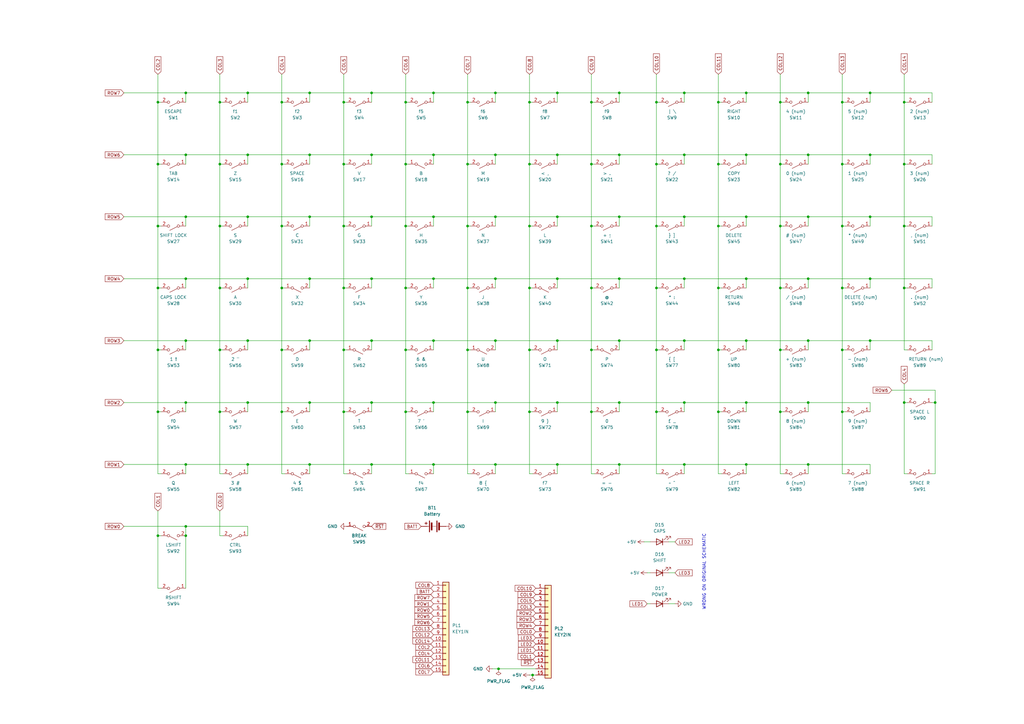
<source format=kicad_sch>
(kicad_sch (version 20231120) (generator "eeschema") (generator_version "8.0")
  (paper "A3")
  (junction (at 140.97 143.51))
  (junction (at 370.84 67.31))
  (junction (at 115.57 67.31))
  (junction (at 191.77 41.91))
  (junction (at 177.8 38.1))
  (junction (at 90.17 118.11))
  (junction (at 101.6 38.1))
  (junction (at 140.97 41.91))
  (junction (at 76.2 114.3))
  (junction (at 101.6 165.1))
  (junction (at 345.44 41.91))
  (junction (at 242.57 92.71))
  (junction (at 218.44 276.86))
  (junction (at 76.2 165.1))
  (junction (at 64.77 219.71))
  (junction (at 76.2 219.71))
  (junction (at 306.07 165.1))
  (junction (at 90.17 168.91))
  (junction (at 101.6 63.5))
  (junction (at 331.47 88.9))
  (junction (at 217.17 67.31))
  (junction (at 90.17 67.31))
  (junction (at 140.97 67.31))
  (junction (at 203.2 114.3))
  (junction (at 217.17 41.91))
  (junction (at 191.77 143.51))
  (junction (at 64.77 168.91))
  (junction (at 76.2 38.1))
  (junction (at 228.6 63.5))
  (junction (at 166.37 92.71))
  (junction (at 115.57 92.71))
  (junction (at 177.8 190.5))
  (junction (at 101.6 190.5))
  (junction (at 370.84 165.1))
  (junction (at 177.8 114.3))
  (junction (at 320.04 143.51))
  (junction (at 294.64 92.71))
  (junction (at 294.64 41.91))
  (junction (at 152.4 38.1))
  (junction (at 345.44 92.71))
  (junction (at 228.6 190.5))
  (junction (at 166.37 168.91))
  (junction (at 90.17 143.51))
  (junction (at 331.47 165.1))
  (junction (at 356.87 88.9))
  (junction (at 280.67 139.7))
  (junction (at 320.04 67.31))
  (junction (at 203.2 139.7))
  (junction (at 127 88.9))
  (junction (at 280.67 190.5))
  (junction (at 356.87 114.3))
  (junction (at 306.07 88.9))
  (junction (at 166.37 67.31))
  (junction (at 76.2 139.7))
  (junction (at 254 38.1))
  (junction (at 115.57 168.91))
  (junction (at 191.77 118.11))
  (junction (at 203.2 38.1))
  (junction (at 177.8 139.7))
  (junction (at 356.87 63.5))
  (junction (at 294.64 168.91))
  (junction (at 320.04 41.91))
  (junction (at 331.47 114.3))
  (junction (at 127 63.5))
  (junction (at 294.64 67.31))
  (junction (at 90.17 92.71))
  (junction (at 242.57 168.91))
  (junction (at 254 165.1))
  (junction (at 383.54 165.1))
  (junction (at 269.24 92.71))
  (junction (at 64.77 92.71))
  (junction (at 280.67 38.1))
  (junction (at 345.44 143.51))
  (junction (at 306.07 190.5))
  (junction (at 280.67 114.3))
  (junction (at 254 63.5))
  (junction (at 320.04 168.91))
  (junction (at 115.57 143.51))
  (junction (at 320.04 118.11))
  (junction (at 269.24 168.91))
  (junction (at 166.37 118.11))
  (junction (at 331.47 63.5))
  (junction (at 242.57 118.11))
  (junction (at 152.4 63.5))
  (junction (at 331.47 190.5))
  (junction (at 269.24 67.31))
  (junction (at 90.17 41.91))
  (junction (at 242.57 41.91))
  (junction (at 280.67 63.5))
  (junction (at 152.4 139.7))
  (junction (at 356.87 38.1))
  (junction (at 203.2 88.9))
  (junction (at 152.4 114.3))
  (junction (at 101.6 139.7))
  (junction (at 203.2 190.5))
  (junction (at 191.77 168.91))
  (junction (at 140.97 118.11))
  (junction (at 140.97 168.91))
  (junction (at 331.47 139.7))
  (junction (at 280.67 88.9))
  (junction (at 280.67 165.1))
  (junction (at 217.17 92.71))
  (junction (at 76.2 215.9))
  (junction (at 345.44 118.11))
  (junction (at 127 190.5))
  (junction (at 294.64 143.51))
  (junction (at 64.77 41.91))
  (junction (at 217.17 168.91))
  (junction (at 203.2 63.5))
  (junction (at 345.44 168.91))
  (junction (at 177.8 165.1))
  (junction (at 76.2 190.5))
  (junction (at 64.77 143.51))
  (junction (at 177.8 88.9))
  (junction (at 191.77 92.71))
  (junction (at 127 165.1))
  (junction (at 217.17 143.51))
  (junction (at 115.57 41.91))
  (junction (at 306.07 114.3))
  (junction (at 228.6 88.9))
  (junction (at 76.2 88.9))
  (junction (at 331.47 38.1))
  (junction (at 269.24 41.91))
  (junction (at 228.6 165.1))
  (junction (at 356.87 139.7))
  (junction (at 140.97 92.71))
  (junction (at 306.07 139.7))
  (junction (at 166.37 143.51))
  (junction (at 306.07 63.5))
  (junction (at 254 190.5))
  (junction (at 217.17 118.11))
  (junction (at 294.64 118.11))
  (junction (at 254 114.3))
  (junction (at 177.8 63.5))
  (junction (at 242.57 67.31))
  (junction (at 269.24 143.51))
  (junction (at 127 114.3))
  (junction (at 306.07 38.1))
  (junction (at 64.77 67.31))
  (junction (at 254 88.9))
  (junction (at 152.4 88.9))
  (junction (at 320.04 92.71))
  (junction (at 101.6 88.9))
  (junction (at 101.6 114.3))
  (junction (at 115.57 118.11))
  (junction (at 152.4 165.1))
  (junction (at 64.77 118.11))
  (junction (at 228.6 38.1))
  (junction (at 191.77 67.31))
  (junction (at 370.84 118.11))
  (junction (at 76.2 63.5))
  (junction (at 152.4 190.5))
  (junction (at 242.57 143.51))
  (junction (at 127 139.7))
  (junction (at 203.2 165.1))
  (junction (at 254 139.7))
  (junction (at 370.84 41.91))
  (junction (at 166.37 41.91))
  (junction (at 228.6 139.7))
  (junction (at 370.84 92.71))
  (junction (at 228.6 114.3))
  (junction (at 204.47 274.32))
  (junction (at 269.24 118.11))
  (junction (at 127 38.1))
  (junction (at 345.44 67.31))
  (wire (pts (xy 140.97 41.91) (xy 140.97 67.31)))
  (wire (pts (xy 64.77 67.31) (xy 64.77 92.71)))
  (wire (pts (xy 177.8 139.7) (xy 203.2 139.7)))
  (wire (pts (xy 167.64 168.91) (xy 166.37 168.91)))
  (wire (pts (xy 356.87 63.5) (xy 382.27 63.5)))
  (wire (pts (xy 243.84 194.31) (xy 242.57 194.31)))
  (wire (pts (xy 321.31 41.91) (xy 320.04 41.91)))
  (wire (pts (xy 166.37 143.51) (xy 166.37 168.91)))
  (wire (pts (xy 280.67 143.51) (xy 280.67 139.7)))
  (wire (pts (xy 116.84 67.31) (xy 115.57 67.31)))
  (wire (pts (xy 177.8 41.91) (xy 177.8 38.1)))
  (wire (pts (xy 321.31 118.11) (xy 320.04 118.11)))
  (wire (pts (xy 228.6 143.51) (xy 228.6 139.7)))
  (wire (pts (xy 91.44 219.71) (xy 90.17 219.71)))
  (wire (pts (xy 294.64 92.71) (xy 294.64 118.11)))
  (wire (pts (xy 372.11 143.51) (xy 370.84 143.51)))
  (wire (pts (xy 294.64 118.11) (xy 294.64 143.51)))
  (wire (pts (xy 270.51 118.11) (xy 269.24 118.11)))
  (wire (pts (xy 142.24 143.51) (xy 140.97 143.51)))
  (wire (pts (xy 50.8 165.1) (xy 76.2 165.1)))
  (wire (pts (xy 218.44 276.86) (xy 219.71 276.86)))
  (wire (pts (xy 177.8 118.11) (xy 177.8 114.3)))
  (wire (pts (xy 254 63.5) (xy 280.67 63.5)))
  (wire (pts (xy 254 114.3) (xy 280.67 114.3)))
  (wire (pts (xy 127 139.7) (xy 152.4 139.7)))
  (wire (pts (xy 331.47 88.9) (xy 356.87 88.9)))
  (wire (pts (xy 331.47 139.7) (xy 356.87 139.7)))
  (wire (pts (xy 203.2 63.5) (xy 228.6 63.5)))
  (wire (pts (xy 76.2 38.1) (xy 101.6 38.1)))
  (wire (pts (xy 140.97 92.71) (xy 140.97 118.11)))
  (wire (pts (xy 193.04 67.31) (xy 191.77 67.31)))
  (wire (pts (xy 101.6 139.7) (xy 127 139.7)))
  (wire (pts (xy 383.54 160.02) (xy 383.54 165.1)))
  (wire (pts (xy 382.27 118.11) (xy 382.27 114.3)))
  (wire (pts (xy 270.51 168.91) (xy 269.24 168.91)))
  (wire (pts (xy 91.44 118.11) (xy 90.17 118.11)))
  (wire (pts (xy 152.4 139.7) (xy 177.8 139.7)))
  (wire (pts (xy 203.2 190.5) (xy 228.6 190.5)))
  (wire (pts (xy 218.44 118.11) (xy 217.17 118.11)))
  (wire (pts (xy 242.57 143.51) (xy 242.57 168.91)))
  (wire (pts (xy 383.54 165.1) (xy 383.54 194.31)))
  (wire (pts (xy 152.4 63.5) (xy 177.8 63.5)))
  (wire (pts (xy 254 88.9) (xy 280.67 88.9)))
  (wire (pts (xy 66.04 168.91) (xy 64.77 168.91)))
  (wire (pts (xy 372.11 92.71) (xy 370.84 92.71)))
  (wire (pts (xy 116.84 92.71) (xy 115.57 92.71)))
  (wire (pts (xy 64.77 168.91) (xy 64.77 194.31)))
  (wire (pts (xy 306.07 118.11) (xy 306.07 114.3)))
  (wire (pts (xy 228.6 194.31) (xy 228.6 190.5)))
  (wire (pts (xy 218.44 41.91) (xy 217.17 41.91)))
  (wire (pts (xy 228.6 114.3) (xy 254 114.3)))
  (wire (pts (xy 166.37 41.91) (xy 166.37 67.31)))
  (wire (pts (xy 152.4 168.91) (xy 152.4 165.1)))
  (wire (pts (xy 203.2 143.51) (xy 203.2 139.7)))
  (wire (pts (xy 76.2 194.31) (xy 76.2 190.5)))
  (wire (pts (xy 321.31 92.71) (xy 320.04 92.71)))
  (wire (pts (xy 127 143.51) (xy 127 139.7)))
  (wire (pts (xy 101.6 194.31) (xy 101.6 190.5)))
  (wire (pts (xy 295.91 143.51) (xy 294.64 143.51)))
  (wire (pts (xy 101.6 168.91) (xy 101.6 165.1)))
  (wire (pts (xy 356.87 168.91) (xy 356.87 165.1)))
  (wire (pts (xy 177.8 190.5) (xy 203.2 190.5)))
  (wire (pts (xy 127 38.1) (xy 152.4 38.1)))
  (wire (pts (xy 254 118.11) (xy 254 114.3)))
  (wire (pts (xy 64.77 30.48) (xy 64.77 41.91)))
  (wire (pts (xy 345.44 118.11) (xy 345.44 143.51)))
  (wire (pts (xy 372.11 41.91) (xy 370.84 41.91)))
  (wire (pts (xy 346.71 194.31) (xy 345.44 194.31)))
  (wire (pts (xy 191.77 67.31) (xy 191.77 92.71)))
  (wire (pts (xy 228.6 168.91) (xy 228.6 165.1)))
  (wire (pts (xy 127 114.3) (xy 152.4 114.3)))
  (wire (pts (xy 142.24 92.71) (xy 140.97 92.71)))
  (wire (pts (xy 356.87 88.9) (xy 382.27 88.9)))
  (wire (pts (xy 152.4 41.91) (xy 152.4 38.1)))
  (wire (pts (xy 177.8 114.3) (xy 203.2 114.3)))
  (wire (pts (xy 76.2 139.7) (xy 101.6 139.7)))
  (wire (pts (xy 101.6 41.91) (xy 101.6 38.1)))
  (wire (pts (xy 217.17 168.91) (xy 217.17 194.31)))
  (wire (pts (xy 346.71 143.51) (xy 345.44 143.51)))
  (wire (pts (xy 356.87 194.31) (xy 356.87 190.5)))
  (wire (pts (xy 203.2 165.1) (xy 228.6 165.1)))
  (wire (pts (xy 243.84 168.91) (xy 242.57 168.91)))
  (wire (pts (xy 242.57 41.91) (xy 242.57 67.31)))
  (wire (pts (xy 177.8 38.1) (xy 203.2 38.1)))
  (wire (pts (xy 193.04 143.51) (xy 191.77 143.51)))
  (wire (pts (xy 191.77 30.48) (xy 191.77 41.91)))
  (wire (pts (xy 50.8 215.9) (xy 76.2 215.9)))
  (wire (pts (xy 269.24 67.31) (xy 269.24 92.71)))
  (wire (pts (xy 90.17 67.31) (xy 90.17 92.71)))
  (wire (pts (xy 382.27 194.31) (xy 383.54 194.31)))
  (wire (pts (xy 142.24 67.31) (xy 140.97 67.31)))
  (wire (pts (xy 66.04 219.71) (xy 64.77 219.71)))
  (wire (pts (xy 217.17 30.48) (xy 217.17 41.91)))
  (wire (pts (xy 90.17 92.71) (xy 90.17 118.11)))
  (wire (pts (xy 203.2 38.1) (xy 228.6 38.1)))
  (wire (pts (xy 218.44 168.91) (xy 217.17 168.91)))
  (wire (pts (xy 101.6 165.1) (xy 127 165.1)))
  (wire (pts (xy 177.8 168.91) (xy 177.8 165.1)))
  (wire (pts (xy 243.84 92.71) (xy 242.57 92.71)))
  (wire (pts (xy 115.57 168.91) (xy 115.57 194.31)))
  (wire (pts (xy 203.2 92.71) (xy 203.2 88.9)))
  (wire (pts (xy 370.84 165.1) (xy 372.11 165.1)))
  (wire (pts (xy 254 194.31) (xy 254 190.5)))
  (wire (pts (xy 191.77 168.91) (xy 191.77 194.31)))
  (wire (pts (xy 64.77 241.3) (xy 64.77 219.71)))
  (wire (pts (xy 321.31 67.31) (xy 320.04 67.31)))
  (wire (pts (xy 265.43 247.65) (xy 266.7 247.65)))
  (wire (pts (xy 177.8 67.31) (xy 177.8 63.5)))
  (wire (pts (xy 356.87 41.91) (xy 356.87 38.1)))
  (wire (pts (xy 372.11 67.31) (xy 370.84 67.31)))
  (wire (pts (xy 142.24 118.11) (xy 140.97 118.11)))
  (wire (pts (xy 167.64 92.71) (xy 166.37 92.71)))
  (wire (pts (xy 101.6 190.5) (xy 127 190.5)))
  (wire (pts (xy 331.47 190.5) (xy 356.87 190.5)))
  (wire (pts (xy 116.84 41.91) (xy 115.57 41.91)))
  (wire (pts (xy 306.07 139.7) (xy 331.47 139.7)))
  (wire (pts (xy 254 67.31) (xy 254 63.5)))
  (wire (pts (xy 50.8 114.3) (xy 76.2 114.3)))
  (wire (pts (xy 101.6 114.3) (xy 127 114.3)))
  (wire (pts (xy 331.47 143.51) (xy 331.47 139.7)))
  (wire (pts (xy 331.47 38.1) (xy 356.87 38.1)))
  (wire (pts (xy 142.24 41.91) (xy 140.97 41.91)))
  (wire (pts (xy 270.51 92.71) (xy 269.24 92.71)))
  (wire (pts (xy 76.2 168.91) (xy 76.2 165.1)))
  (wire (pts (xy 177.8 194.31) (xy 177.8 190.5)))
  (wire (pts (xy 306.07 38.1) (xy 331.47 38.1)))
  (wire (pts (xy 218.44 194.31) (xy 217.17 194.31)))
  (wire (pts (xy 280.67 63.5) (xy 306.07 63.5)))
  (wire (pts (xy 177.8 63.5) (xy 203.2 63.5)))
  (wire (pts (xy 356.87 143.51) (xy 356.87 139.7)))
  (wire (pts (xy 382.27 41.91) (xy 382.27 38.1)))
  (wire (pts (xy 167.64 41.91) (xy 166.37 41.91)))
  (wire (pts (xy 228.6 67.31) (xy 228.6 63.5)))
  (wire (pts (xy 228.6 88.9) (xy 254 88.9)))
  (wire (pts (xy 204.47 274.32) (xy 219.71 274.32)))
  (wire (pts (xy 115.57 41.91) (xy 115.57 67.31)))
  (wire (pts (xy 152.4 67.31) (xy 152.4 63.5)))
  (wire (pts (xy 306.07 165.1) (xy 331.47 165.1)))
  (wire (pts (xy 64.77 143.51) (xy 64.77 168.91)))
  (wire (pts (xy 127 88.9) (xy 152.4 88.9)))
  (wire (pts (xy 203.2 194.31) (xy 203.2 190.5)))
  (wire (pts (xy 370.84 194.31) (xy 372.11 194.31)))
  (wire (pts (xy 140.97 168.91) (xy 140.97 194.31)))
  (wire (pts (xy 242.57 67.31) (xy 242.57 92.71)))
  (wire (pts (xy 331.47 118.11) (xy 331.47 114.3)))
  (wire (pts (xy 152.4 190.5) (xy 177.8 190.5)))
  (wire (pts (xy 64.77 118.11) (xy 64.77 143.51)))
  (wire (pts (xy 254 165.1) (xy 280.67 165.1)))
  (wire (pts (xy 218.44 67.31) (xy 217.17 67.31)))
  (wire (pts (xy 331.47 168.91) (xy 331.47 165.1)))
  (wire (pts (xy 91.44 67.31) (xy 90.17 67.31)))
  (wire (pts (xy 140.97 118.11) (xy 140.97 143.51)))
  (wire (pts (xy 166.37 30.48) (xy 166.37 41.91)))
  (wire (pts (xy 66.04 92.71) (xy 64.77 92.71)))
  (wire (pts (xy 66.04 143.51) (xy 64.77 143.51)))
  (wire (pts (xy 76.2 114.3) (xy 101.6 114.3)))
  (wire (pts (xy 306.07 63.5) (xy 331.47 63.5)))
  (wire (pts (xy 228.6 38.1) (xy 254 38.1)))
  (wire (pts (xy 90.17 168.91) (xy 90.17 194.31)))
  (wire (pts (xy 66.04 194.31) (xy 64.77 194.31)))
  (wire (pts (xy 101.6 118.11) (xy 101.6 114.3)))
  (wire (pts (xy 167.64 118.11) (xy 166.37 118.11)))
  (wire (pts (xy 295.91 168.91) (xy 294.64 168.91)))
  (wire (pts (xy 101.6 63.5) (xy 127 63.5)))
  (wire (pts (xy 270.51 67.31) (xy 269.24 67.31)))
  (wire (pts (xy 228.6 63.5) (xy 254 63.5)))
  (wire (pts (xy 370.84 30.48) (xy 370.84 41.91)))
  (wire (pts (xy 50.8 63.5) (xy 76.2 63.5)))
  (wire (pts (xy 346.71 67.31) (xy 345.44 67.31)))
  (wire (pts (xy 228.6 190.5) (xy 254 190.5)))
  (wire (pts (xy 50.8 88.9) (xy 76.2 88.9)))
  (wire (pts (xy 294.64 30.48) (xy 294.64 41.91)))
  (wire (pts (xy 101.6 219.71) (xy 101.6 215.9)))
  (wire (pts (xy 331.47 41.91) (xy 331.47 38.1)))
  (wire (pts (xy 254 143.51) (xy 254 139.7)))
  (wire (pts (xy 177.8 88.9) (xy 203.2 88.9)))
  (wire (pts (xy 142.24 194.31) (xy 140.97 194.31)))
  (wire (pts (xy 166.37 92.71) (xy 166.37 118.11)))
  (wire (pts (xy 265.43 234.95) (xy 266.7 234.95)))
  (wire (pts (xy 191.77 92.71) (xy 191.77 118.11)))
  (wire (pts (xy 331.47 194.31) (xy 331.47 190.5)))
  (wire (pts (xy 203.2 41.91) (xy 203.2 38.1)))
  (wire (pts (xy 76.2 165.1) (xy 101.6 165.1)))
  (wire (pts (xy 152.4 165.1) (xy 177.8 165.1)))
  (wire (pts (xy 127 63.5) (xy 152.4 63.5)))
  (wire (pts (xy 76.2 190.5) (xy 101.6 190.5)))
  (wire (pts (xy 203.2 67.31) (xy 203.2 63.5)))
  (wire (pts (xy 193.04 194.31) (xy 191.77 194.31)))
  (wire (pts (xy 280.67 118.11) (xy 280.67 114.3)))
  (wire (pts (xy 166.37 67.31) (xy 166.37 92.71)))
  (wire (pts (xy 127 190.5) (xy 152.4 190.5)))
  (wire (pts (xy 217.17 41.91) (xy 217.17 67.31)))
  (wire (pts (xy 191.77 118.11) (xy 191.77 143.51)))
  (wire (pts (xy 242.57 118.11) (xy 242.57 143.51)))
  (wire (pts (xy 346.71 41.91) (xy 345.44 41.91)))
  (wire (pts (xy 64.77 41.91) (xy 64.77 67.31)))
  (wire (pts (xy 321.31 143.51) (xy 320.04 143.51)))
  (wire (pts (xy 356.87 118.11) (xy 356.87 114.3)))
  (wire (pts (xy 201.93 274.32) (xy 204.47 274.32)))
  (wire (pts (xy 331.47 165.1) (xy 356.87 165.1)))
  (wire (pts (xy 66.04 118.11) (xy 64.77 118.11)))
  (wire (pts (xy 127 118.11) (xy 127 114.3)))
  (wire (pts (xy 294.64 67.31) (xy 294.64 92.71)))
  (wire (pts (xy 280.67 41.91) (xy 280.67 38.1)))
  (wire (pts (xy 274.32 247.65) (xy 276.86 247.65)))
  (wire (pts (xy 306.07 92.71) (xy 306.07 88.9)))
  (wire (pts (xy 91.44 41.91) (xy 90.17 41.91)))
  (wire (pts (xy 270.51 41.91) (xy 269.24 41.91)))
  (wire (pts (xy 218.44 143.51) (xy 217.17 143.51)))
  (wire (pts (xy 218.44 92.71) (xy 217.17 92.71)))
  (wire (pts (xy 90.17 209.55) (xy 90.17 219.71)))
  (wire (pts (xy 280.67 165.1) (xy 306.07 165.1)))
  (wire (pts (xy 166.37 118.11) (xy 166.37 143.51)))
  (wire (pts (xy 152.4 92.71) (xy 152.4 88.9)))
  (wire (pts (xy 320.04 143.51) (xy 320.04 168.91)))
  (wire (pts (xy 76.2 67.31) (xy 76.2 63.5)))
  (wire (pts (xy 254 41.91) (xy 254 38.1)))
  (wire (pts (xy 243.84 41.91) (xy 242.57 41.91)))
  (wire (pts (xy 254 139.7) (xy 280.67 139.7)))
  (wire (pts (xy 228.6 92.71) (xy 228.6 88.9)))
  (wire (pts (xy 382.27 143.51) (xy 382.27 139.7)))
  (wire (pts (xy 306.07 67.31) (xy 306.07 63.5)))
  (wire (pts (xy 331.47 67.31) (xy 331.47 63.5)))
  (wire (pts (xy 382.27 92.71) (xy 382.27 88.9)))
  (wire (pts (xy 306.07 143.51) (xy 306.07 139.7)))
  (wire (pts (xy 345.44 92.71) (xy 345.44 118.11)))
  (wire (pts (xy 76.2 215.9) (xy 101.6 215.9)))
  (wire (pts (xy 193.04 118.11) (xy 191.77 118.11)))
  (wire (pts (xy 76.2 143.51) (xy 76.2 139.7)))
  (wire (pts (xy 115.57 67.31) (xy 115.57 92.71)))
  (wire (pts (xy 177.8 143.51) (xy 177.8 139.7)))
  (wire (pts (xy 76.2 118.11) (xy 76.2 114.3)))
  (wire (pts (xy 116.84 118.11) (xy 115.57 118.11)))
  (wire (pts (xy 76.2 219.71) (xy 76.2 241.3)))
  (wire (pts (xy 152.4 194.31) (xy 152.4 190.5)))
  (wire (pts (xy 91.44 194.31) (xy 90.17 194.31)))
  (wire (pts (xy 50.8 190.5) (xy 76.2 190.5)))
  (wire (pts (xy 193.04 92.71) (xy 191.77 92.71)))
  (wire (pts (xy 345.44 143.51) (xy 345.44 168.91)))
  (wire (pts (xy 217.17 67.31) (xy 217.17 92.71)))
  (wire (pts (xy 101.6 143.51) (xy 101.6 139.7)))
  (wire (pts (xy 306.07 194.31) (xy 306.07 190.5)))
  (wire (pts (xy 76.2 92.71) (xy 76.2 88.9)))
  (wire (pts (xy 331.47 92.71) (xy 331.47 88.9)))
  (wire (pts (xy 280.67 190.5) (xy 306.07 190.5)))
  (wire (pts (xy 217.17 143.51) (xy 217.17 168.91)))
  (wire (pts (xy 76.2 63.5) (xy 101.6 63.5)))
  (wire (pts (xy 228.6 165.1) (xy 254 165.1)))
  (wire (pts (xy 243.84 67.31) (xy 242.57 67.31)))
  (wire (pts (xy 280.67 67.31) (xy 280.67 63.5)))
  (wire (pts (xy 193.04 41.91) (xy 191.77 41.91)))
  (wire (pts (xy 152.4 118.11) (xy 152.4 114.3)))
  (wire (pts (xy 50.8 38.1) (xy 76.2 38.1)))
  (wire (pts (xy 177.8 165.1) (xy 203.2 165.1)))
  (wire (pts (xy 76.2 41.91) (xy 76.2 38.1)))
  (wire (pts (xy 142.24 168.91) (xy 140.97 168.91)))
  (wire (pts (xy 294.64 168.91) (xy 294.64 194.31)))
  (wire (pts (xy 228.6 118.11) (xy 228.6 114.3)))
  (wire (pts (xy 203.2 114.3) (xy 228.6 114.3)))
  (wire (pts (xy 320.04 118.11) (xy 320.04 143.51)))
  (wire (pts (xy 280.67 168.91) (xy 280.67 165.1)))
  (wire (pts (xy 365.76 160.02) (xy 383.54 160.02)))
  (wire (pts (xy 152.4 38.1) (xy 177.8 38.1)))
  (wire (pts (xy 91.44 168.91) (xy 90.17 168.91)))
  (wire (pts (xy 101.6 67.31) (xy 101.6 63.5)))
  (wire (pts (xy 356.87 139.7) (xy 382.27 139.7)))
  (wire (pts (xy 90.17 118.11) (xy 90.17 143.51)))
  (wire (pts (xy 295.91 67.31) (xy 294.64 67.31)))
  (wire (pts (xy 280.67 114.3) (xy 306.07 114.3)))
  (wire (pts (xy 242.57 30.48) (xy 242.57 41.91)))
  (wire (pts (xy 306.07 41.91) (xy 306.07 38.1)))
  (wire (pts (xy 115.57 118.11) (xy 115.57 143.51)))
  (wire (pts (xy 203.2 168.91) (xy 203.2 165.1)))
  (wire (pts (xy 217.17 276.86) (xy 218.44 276.86)))
  (wire (pts (xy 294.64 41.91) (xy 294.64 67.31)))
  (wire (pts (xy 152.4 88.9) (xy 177.8 88.9)))
  (wire (pts (xy 356.87 67.31) (xy 356.87 63.5)))
  (wire (pts (xy 370.84 165.1) (xy 370.84 194.31)))
  (wire (pts (xy 127 92.71) (xy 127 88.9)))
  (wire (pts (xy 228.6 41.91) (xy 228.6 38.1)))
  (wire (pts (xy 152.4 114.3) (xy 177.8 114.3)))
  (wire (pts (xy 306.07 168.91) (xy 306.07 165.1)))
  (wire (pts (xy 270.51 143.51) (xy 269.24 143.51)))
  (wire (pts (xy 116.84 168.91) (xy 115.57 168.91)))
  (wire (pts (xy 166.37 168.91) (xy 166.37 194.31)))
  (wire (pts (xy 345.44 168.91) (xy 345.44 194.31)))
  (wire (pts (xy 217.17 118.11) (xy 217.17 143.51)))
  (wire (pts (xy 280.67 88.9) (xy 306.07 88.9)))
  (wire (pts (xy 254 168.91) (xy 254 165.1)))
  (wire (pts (xy 294.64 143.51) (xy 294.64 168.91)))
  (wire (pts (xy 264.16 222.25) (xy 266.7 222.25)))
  (wire (pts (xy 346.71 92.71) (xy 345.44 92.71)))
  (wire (pts (xy 242.57 92.71) (xy 242.57 118.11)))
  (wire (pts (xy 90.17 143.51) (xy 90.17 168.91)))
  (wire (pts (xy 356.87 114.3) (xy 382.27 114.3)))
  (wire (pts (xy 66.04 241.3) (xy 64.77 241.3)))
  (wire (pts (xy 346.71 118.11) (xy 345.44 118.11)))
  (wire (pts (xy 177.8 92.71) (xy 177.8 88.9)))
  (wire (pts (xy 91.44 143.51) (xy 90.17 143.51)))
  (wire (pts (xy 115.57 92.71) (xy 115.57 118.11)))
  (wire (pts (xy 127 67.31) (xy 127 63.5)))
  (wire (pts (xy 193.04 168.91) (xy 191.77 168.91)))
  (wire (pts (xy 140.97 143.51) (xy 140.97 168.91)))
  (wire (pts (xy 90.17 30.48) (xy 90.17 41.91)))
  (wire (pts (xy 331.47 63.5) (xy 356.87 63.5)))
  (wire (pts (xy 356.87 38.1) (xy 382.27 38.1)))
  (wire (pts (xy 254 38.1) (xy 280.67 38.1)))
  (wire (pts (xy 115.57 143.51) (xy 115.57 168.91)))
  (wire (pts (xy 167.64 67.31) (xy 166.37 67.31)))
  (wire (pts (xy 243.84 118.11) (xy 242.57 118.11)))
  (wire (pts (xy 90.17 41.91) (xy 90.17 67.31)))
  (wire (pts (xy 269.24 143.51) (xy 269.24 168.91)))
  (wire (pts (xy 306.07 114.3) (xy 331.47 114.3)))
  (wire (pts (xy 64.77 209.55) (xy 64.77 219.71)))
  (wire (pts (xy 91.44 92.71) (xy 90.17 92.71)))
  (wire (pts (xy 243.84 143.51) (xy 242.57 143.51)))
  (wire (pts (xy 320.04 168.91) (xy 320.04 194.31)))
  (wire (pts (xy 280.67 139.7) (xy 306.07 139.7)))
  (wire (pts (xy 370.84 92.71) (xy 370.84 118.11)))
  (wire (pts (xy 370.84 67.31) (xy 370.84 92.71)))
  (wire (pts (xy 116.84 194.31) (xy 115.57 194.31)))
  (wire (pts (xy 64.77 92.71) (xy 64.77 118.11)))
  (wire (pts (xy 295.91 41.91) (xy 294.64 41.91)))
  (wire (pts (xy 321.31 168.91) (xy 320.04 168.91)))
  (wire (pts (xy 140.97 67.31) (xy 140.97 92.71)))
  (wire (pts (xy 66.04 41.91) (xy 64.77 41.91)))
  (wire (pts (xy 320.04 41.91) (xy 320.04 67.31)))
  (wire (pts (xy 280.67 92.71) (xy 280.67 88.9)))
  (wire (pts (xy 167.64 143.51) (xy 166.37 143.51)))
  (wire (pts (xy 116.84 143.51) (xy 115.57 143.51)))
  (wire (pts (xy 269.24 30.48) (xy 269.24 41.91)))
  (wire (pts (xy 345.44 30.48) (xy 345.44 41.91)))
  (wire (pts (xy 228.6 139.7) (xy 254 139.7)))
  (wire (pts (xy 127 168.91) (xy 127 165.1)))
  (wire (pts (xy 370.84 118.11) (xy 370.84 143.51)))
  (wire (pts (xy 321.31 194.31) (xy 320.04 194.31)))
  (wire (pts (xy 217.17 92.71) (xy 217.17 118.11)))
  (wire (pts (xy 383.54 165.1) (xy 382.27 165.1)))
  (wire (pts (xy 203.2 139.7) (xy 228.6 139.7)))
  (wire (pts (xy 372.11 118.11) (xy 370.84 118.11)))
  (wire (pts (xy 345.44 41.91) (xy 345.44 67.31)))
  (wire (pts (xy 370.84 157.48) (xy 370.84 165.1)))
  (wire (pts (xy 115.57 30.48) (xy 115.57 41.91)))
  (wire (pts (xy 320.04 30.48) (xy 320.04 41.91)))
  (wire (pts (xy 254 190.5) (xy 280.67 190.5)))
  (wire (pts (xy 66.04 67.31) (xy 64.77 67.31)))
  (wire (pts (xy 269.24 168.91) (xy 269.24 194.31)))
  (wire (pts (xy 356.87 92.71) (xy 356.87 88.9)))
  (wire (pts (xy 295.91 118.11) (xy 294.64 118.11)))
  (wire (pts (xy 280.67 38.1) (xy 306.07 38.1)))
  (wire (pts (xy 254 92.71) (xy 254 88.9)))
  (wire (pts (xy 101.6 88.9) (xy 127 88.9)))
  (wire (pts (xy 345.44 67.31) (xy 345.44 92.71)))
  (wire (pts (xy 203.2 118.11) (xy 203.2 114.3)))
  (wire (pts (xy 274.32 234.95) (xy 276.86 234.95)))
  (wire (pts (xy 320.04 92.71) (xy 320.04 118.11)))
  (wire (pts (xy 191.77 41.91) (xy 191.77 67.31)))
  (wire (pts (xy 331.47 114.3) (xy 356.87 114.3)))
  (wire (pts (xy 295.91 92.71) (xy 294.64 92.71)))
  (wire (pts (xy 320.04 67.31) (xy 320.04 92.71)))
  (wire (pts (xy 270.51 194.31) (xy 269.24 194.31)))
  (wire (pts (xy 50.8 139.7) (xy 76.2 139.7)))
  (wire (pts (xy 152.4 143.51) (xy 152.4 139.7)))
  (wire (pts (xy 127 165.1) (xy 152.4 165.1)))
  (wire (pts (xy 203.2 88.9) (xy 228.6 88.9)))
  (wire (pts (xy 280.67 194.31) (xy 280.67 190.5)))
  (wire (pts (xy 191.77 143.51) (xy 191.77 168.91)))
  (wire (pts (xy 306.07 190.5) (xy 331.47 190.5)))
  (wire (pts (xy 370.84 41.91) (xy 370.84 67.31)))
  (wire (pts (xy 382.27 67.31) (xy 382.27 63.5)))
  (wire (pts (xy 140.97 30.48) (xy 140.97 41.91)))
  (wire (pts (xy 306.07 88.9) (xy 331.47 88.9)))
  (wire (pts (xy 76.2 219.71) (xy 76.2 215.9)))
  (wire (pts (xy 127 41.91) (xy 127 38.1)))
  (wire (pts (xy 101.6 92.71) (xy 101.6 88.9)))
  (wire (pts (xy 127 194.31) (xy 127 190.5)))
  (wire (pts (xy 269.24 92.71) (xy 269.24 118.11)))
  (wire (pts (xy 269.24 41.91) (xy 269.24 67.31)))
  (wire (pts (xy 167.64 194.31) (xy 166.37 194.31)))
  (wire (pts (xy 346.71 168.91) (xy 345.44 168.91)))
  (wire (pts (xy 269.24 118.11) (xy 269.24 143.51)))
  (wire (pts (xy 242.57 168.91) (xy 242.57 194.31)))
  (wire (pts (xy 295.91 194.31) (xy 294.64 194.31)))
  (wire (pts (xy 76.2 88.9) (xy 101.6 88.9)))
  (wire (pts (xy 274.32 222.25) (xy 276.86 222.25)))
  (wire (pts (xy 101.6 38.1) (xy 127 38.1)))
  (text "WRONG ON ORIGINAL SCHEMATIC" (at 289.56 250.19 90) (effects (font (size 1.27 1.27)) (justify left bottom)))
  (global_label "ROW0" (shape input) (at 177.8 250.19 180) (property "Intersheetrefs" "${INTERSHEET_REFS}" (effects (hide yes))))
  (global_label "COL1" (shape input) (at 219.71 269.24 180) (property "Intersheetrefs" "${INTERSHEET_REFS}" (effects (hide yes))))
  (global_label "COL5" (shape input) (at 219.71 246.38 180) (property "Intersheetrefs" "${INTERSHEET_REFS}" (effects (hide yes))))
  (global_label "ROW2" (shape input) (at 50.8 165.1 180) (property "Intersheetrefs" "${INTERSHEET_REFS}" (effects (hide yes))))
  (global_label "COL6" (shape input) (at 177.8 273.05 180) (property "Intersheetrefs" "${INTERSHEET_REFS}" (effects (hide yes))))
  (global_label "COL7" (shape input) (at 191.77 30.48 90) (property "Intersheetrefs" "${INTERSHEET_REFS}" (effects (hide yes))))
  (global_label "COL7" (shape input) (at 177.8 275.59 180) (property "Intersheetrefs" "${INTERSHEET_REFS}" (effects (hide yes))))
  (global_label "COL4" (shape input) (at 370.84 157.48 90) (property "Intersheetrefs" "${INTERSHEET_REFS}" (effects (hide yes))))
  (global_label "COL4" (shape input) (at 177.8 267.97 180) (property "Intersheetrefs" "${INTERSHEET_REFS}" (effects (hide yes))))
  (global_label "COL2" (shape input) (at 177.8 265.43 180) (property "Intersheetrefs" "${INTERSHEET_REFS}" (effects (hide yes))))
  (global_label "ROW5" (shape input) (at 177.8 252.73 180) (property "Intersheetrefs" "${INTERSHEET_REFS}" (effects (hide yes))))
  (global_label "LED3" (shape input) (at 219.71 261.62 180) (property "Intersheetrefs" "${INTERSHEET_REFS}" (effects (hide yes))))
  (global_label "ROW6" (shape input) (at 177.8 255.27 180) (property "Intersheetrefs" "${INTERSHEET_REFS}" (effects (hide yes))))
  (global_label "COL5" (shape input) (at 140.97 30.48 90) (property "Intersheetrefs" "${INTERSHEET_REFS}" (effects (hide yes))))
  (global_label "ROW1" (shape input) (at 177.8 247.65 180) (property "Intersheetrefs" "${INTERSHEET_REFS}" (effects (hide yes))))
  (global_label "COL8" (shape input) (at 177.8 240.03 180) (property "Intersheetrefs" "${INTERSHEET_REFS}" (effects (hide yes))))
  (global_label "LED3" (shape input) (at 276.86 234.95 0) (property "Intersheetrefs" "${INTERSHEET_REFS}" (effects (hide yes))))
  (global_label "COL12" (shape input) (at 320.04 30.48 90) (property "Intersheetrefs" "${INTERSHEET_REFS}" (effects (hide yes))))
  (global_label "COL8" (shape input) (at 217.17 30.48 90) (property "Intersheetrefs" "${INTERSHEET_REFS}" (effects (hide yes))))
  (global_label "COL11" (shape input) (at 177.8 270.51 180) (property "Intersheetrefs" "${INTERSHEET_REFS}" (effects (hide yes))))
  (global_label "COL6" (shape input) (at 166.37 30.48 90) (property "Intersheetrefs" "${INTERSHEET_REFS}" (effects (hide yes))))
  (global_label "ROW1" (shape input) (at 50.8 190.5 180) (property "Intersheetrefs" "${INTERSHEET_REFS}" (effects (hide yes))))
  (global_label "~{RST}" (shape input) (at 219.71 271.78 180) (property "Intersheetrefs" "${INTERSHEET_REFS}" (effects (hide yes))))
  (global_label "COL10" (shape input) (at 269.24 30.48 90) (property "Intersheetrefs" "${INTERSHEET_REFS}" (effects (hide yes))))
  (global_label "ROW0" (shape input) (at 50.8 215.9 180) (property "Intersheetrefs" "${INTERSHEET_REFS}" (effects (hide yes))))
  (global_label "COL14" (shape input) (at 177.8 262.89 180) (property "Intersheetrefs" "${INTERSHEET_REFS}" (effects (hide yes))))
  (global_label "COL9" (shape input) (at 242.57 30.48 90) (property "Intersheetrefs" "${INTERSHEET_REFS}" (effects (hide yes))))
  (global_label "ROW3" (shape input) (at 50.8 139.7 180) (property "Intersheetrefs" "${INTERSHEET_REFS}" (effects (hide yes))))
  (global_label "LED2" (shape input) (at 276.86 222.25 0) (property "Intersheetrefs" "${INTERSHEET_REFS}" (effects (hide yes))))
  (global_label "ROW2" (shape input) (at 219.71 251.46 180) (property "Intersheetrefs" "${INTERSHEET_REFS}" (effects (hide yes))))
  (global_label "ROW3" (shape input) (at 219.71 254 180) (property "Intersheetrefs" "${INTERSHEET_REFS}" (effects (hide yes))))
  (global_label "COL14" (shape input) (at 370.84 30.48 90) (property "Intersheetrefs" "${INTERSHEET_REFS}" (effects (hide yes))))
  (global_label "ROW5" (shape input) (at 50.8 88.9 180) (property "Intersheetrefs" "${INTERSHEET_REFS}" (effects (hide yes))))
  (global_label "COL13" (shape input) (at 345.44 30.48 90) (property "Intersheetrefs" "${INTERSHEET_REFS}" (effects (hide yes))))
  (global_label "LED2" (shape input) (at 219.71 264.16 180) (property "Intersheetrefs" "${INTERSHEET_REFS}" (effects (hide yes))))
  (global_label "LED1" (shape input) (at 219.71 266.7 180) (property "Intersheetrefs" "${INTERSHEET_REFS}" (effects (hide yes))))
  (global_label "ROW7" (shape input) (at 50.8 38.1 180) (property "Intersheetrefs" "${INTERSHEET_REFS}" (effects (hide yes))))
  (global_label "COL9" (shape input) (at 219.71 243.84 180) (property "Intersheetrefs" "${INTERSHEET_REFS}" (effects (hide yes))))
  (global_label "LED1" (shape input) (at 265.43 247.65 180) (property "Intersheetrefs" "${INTERSHEET_REFS}" (effects (hide yes))))
  (global_label "COL3" (shape input) (at 219.71 248.92 180) (property "Intersheetrefs" "${INTERSHEET_REFS}" (effects (hide yes))))
  (global_label "COL4" (shape input) (at 115.57 30.48 90) (property "Intersheetrefs" "${INTERSHEET_REFS}" (effects (hide yes))))
  (global_label "BATT" (shape input) (at 177.8 242.57 180) (property "Intersheetrefs" "${INTERSHEET_REFS}" (effects (hide yes))))
  (global_label "COL1" (shape input) (at 64.77 209.55 90) (property "Intersheetrefs" "${INTERSHEET_REFS}" (effects (hide yes))))
  (global_label "~{RST}" (shape input) (at 152.4 215.9 0) (property "Intersheetrefs" "${INTERSHEET_REFS}" (effects (hide yes))))
  (global_label "COL13" (shape input) (at 177.8 257.81 180) (property "Intersheetrefs" "${INTERSHEET_REFS}" (effects (hide yes))))
  (global_label "COL12" (shape input) (at 177.8 260.35 180) (property "Intersheetrefs" "${INTERSHEET_REFS}" (effects (hide yes))))
  (global_label "BATT" (shape input) (at 172.72 215.9 180) (property "Intersheetrefs" "${INTERSHEET_REFS}" (effects (hide yes))))
  (global_label "COL3" (shape input) (at 90.17 30.48 90) (property "Intersheetrefs" "${INTERSHEET_REFS}" (effects (hide yes))))
  (global_label "COL2" (shape input) (at 64.77 30.48 90) (property "Intersheetrefs" "${INTERSHEET_REFS}" (effects (hide yes))))
  (global_label "COL0" (shape input) (at 90.17 209.55 90) (property "Intersheetrefs" "${INTERSHEET_REFS}" (effects (hide yes))))
  (global_label "ROW7" (shape input) (at 177.8 245.11 180) (property "Intersheetrefs" "${INTERSHEET_REFS}" (effects (hide yes))))
  (global_label "ROW6" (shape input) (at 365.76 160.02 180) (property "Intersheetrefs" "${INTERSHEET_REFS}" (effects (hide yes))))
  (global_label "ROW6" (shape input) (at 50.8 63.5 180) (property "Intersheetrefs" "${INTERSHEET_REFS}" (effects (hide yes))))
  (global_label "ROW4" (shape input) (at 50.8 114.3 180) (property "Intersheetrefs" "${INTERSHEET_REFS}" (effects (hide yes))))
  (global_label "COL10" (shape input) (at 219.71 241.3 180) (property "Intersheetrefs" "${INTERSHEET_REFS}" (effects (hide yes))))
  (global_label "COL0" (shape input) (at 219.71 259.08 180) (property "Intersheetrefs" "${INTERSHEET_REFS}" (effects (hide yes))))
  (global_label "COL11" (shape input) (at 294.64 30.48 90) (property "Intersheetrefs" "${INTERSHEET_REFS}" (effects (hide yes))))
  (global_label "ROW4" (shape input) (at 219.71 256.54 180) (property "Intersheetrefs" "${INTERSHEET_REFS}" (effects (hide yes))))
  (symbol (lib_id "Switch:SW_SPST") (at 223.52 67.31 180) (unit 1)
    (property "Reference" "SW20" (at 223.52 73.66 0))
    (property "Value" "< ," (at 223.52 71.12 0))
    (property "Footprint" "BBC_Master_Keyboard:BBC Master KeySwitch" (effects (hide yes)))
    (property "Description" "Single Pole Single Throw (SPST) switch" (effects (hide yes)))
  )
  (symbol (lib_id "Switch:SW_SPST") (at 147.32 143.51 0) (mirror x) (unit 1)
    (property "Reference" "SW62" (at 147.32 149.86 0))
    (property "Value" "R" (at 147.32 147.32 0))
    (property "Footprint" "BBC_Master_Keyboard:BBC Master KeySwitch" (effects (hide yes)))
    (property "Description" "Single Pole Single Throw (SPST) switch" (effects (hide yes)))
  )
  (symbol (lib_id "power:GND") (at 201.93 274.32 270) (unit 1)
    (property "Reference" "#PWR01" (effects (hide yes)))
    (property "Value" "GND" (at 198.12 274.32 90) (effects (justify right)))
    (property "Description" "Power symbol creates a global label with name \"GND\" , ground" (effects (hide yes)))
  )
  (symbol (lib_id "Switch:SW_SPST") (at 223.52 194.31 180) (unit 1)
    (property "Reference" "SW73" (at 223.52 200.66 0))
    (property "Value" "f7" (at 223.52 198.12 0))
    (property "Footprint" "BBC_Master_Keyboard:BBC Master KeySwitch" (effects (hide yes)))
    (property "Description" "Single Pole Single Throw (SPST) switch" (effects (hide yes)))
  )
  (symbol (lib_id "Switch:SW_SPST") (at 300.99 92.71 180) (unit 1)
    (property "Reference" "SW45" (at 300.99 99.06 0))
    (property "Value" "DELETE" (at 300.99 96.52 0))
    (property "Footprint" "BBC_Master_Keyboard:BBC Master KeySwitch" (effects (hide yes)))
    (property "Description" "Single Pole Single Throw (SPST) switch" (effects (hide yes)))
  )
  (symbol (lib_id "Switch:SW_SPST") (at 121.92 143.51 180) (unit 1)
    (property "Reference" "SW59" (at 121.92 149.86 0))
    (property "Value" "D" (at 121.92 147.32 0))
    (property "Footprint" "BBC_Master_Keyboard:BBC Master KeySwitch" (effects (hide yes)))
    (property "Description" "Single Pole Single Throw (SPST) switch" (effects (hide yes)))
  )
  (symbol (lib_id "Switch:SW_SPST") (at 198.12 143.51 0) (mirror x) (unit 1)
    (property "Reference" "SW68" (at 198.12 149.86 0))
    (property "Value" "U" (at 198.12 147.32 0))
    (property "Footprint" "BBC_Master_Keyboard:BBC Master KeySwitch" (effects (hide yes)))
    (property "Description" "Single Pole Single Throw (SPST) switch" (effects (hide yes)))
  )
  (symbol (lib_id "Switch:SW_SPST") (at 198.12 118.11 180) (unit 1)
    (property "Reference" "SW38" (at 198.12 124.46 0))
    (property "Value" "J" (at 198.12 121.92 0))
    (property "Footprint" "BBC_Master_Keyboard:BBC Master KeySwitch" (effects (hide yes)))
    (property "Description" "Single Pole Single Throw (SPST) switch" (effects (hide yes)))
  )
  (symbol (lib_id "Switch:SW_SPST") (at 377.19 67.31 180) (unit 1)
    (property "Reference" "SW26" (at 377.19 73.66 0))
    (property "Value" "3 (num)" (at 377.19 71.12 0))
    (property "Footprint" "BBC_Master_Keyboard:BBC Master KeySwitch" (effects (hide yes)))
    (property "Description" "Single Pole Single Throw (SPST) switch" (effects (hide yes)))
  )
  (symbol (lib_id "Device:LED") (at 270.51 222.25 180) (unit 1)
    (property "Reference" "D15" (at 270.51 215.265 0))
    (property "Value" "CAPS" (at 270.51 217.805 0))
    (property "Footprint" "BBC_Master_Keyboard:LED_D2.54mm" (effects (hide yes)))
    (property "Description" "Light emitting diode" (effects (hide yes)))
  )
  (symbol (lib_id "Switch:SW_SPST") (at 248.92 143.51 0) (mirror x) (unit 1)
    (property "Reference" "SW74" (at 248.92 149.86 0))
    (property "Value" "P" (at 248.92 147.32 0))
    (property "Footprint" "BBC_Master_Keyboard:BBC Master KeySwitch" (effects (hide yes)))
    (property "Description" "Single Pole Single Throw (SPST) switch" (effects (hide yes)))
  )
  (symbol (lib_id "Switch:SW_SPST") (at 71.12 143.51 180) (unit 1)
    (property "Reference" "SW53" (at 71.12 149.86 0))
    (property "Value" "1 !" (at 71.12 147.32 0))
    (property "Footprint" "BBC_Master_Keyboard:BBC Master KeySwitch" (effects (hide yes)))
    (property "Description" "Single Pole Single Throw (SPST) switch" (effects (hide yes)))
  )
  (symbol (lib_id "Switch:SW_SPST") (at 300.99 67.31 180) (unit 1)
    (property "Reference" "SW23" (at 300.99 73.66 0))
    (property "Value" "COPY" (at 300.99 71.12 0))
    (property "Footprint" "BBC_Master_Keyboard:BBC Master KeySwitch" (effects (hide yes)))
    (property "Description" "Single Pole Single Throw (SPST) switch" (effects (hide yes)))
  )
  (symbol (lib_id "Switch:SW_SPST") (at 198.12 67.31 180) (unit 1)
    (property "Reference" "SW19" (at 198.12 73.66 0))
    (property "Value" "M" (at 198.12 71.12 0))
    (property "Footprint" "BBC_Master_Keyboard:BBC Master KeySwitch" (effects (hide yes)))
    (property "Description" "Single Pole Single Throw (SPST) switch" (effects (hide yes)))
  )
  (symbol (lib_id "Switch:SW_SPST") (at 96.52 67.31 180) (unit 1)
    (property "Reference" "SW15" (at 96.52 73.66 0))
    (property "Value" "Z" (at 96.52 71.12 0))
    (property "Footprint" "BBC_Master_Keyboard:BBC Master KeySwitch" (effects (hide yes)))
    (property "Description" "Single Pole Single Throw (SPST) switch" (effects (hide yes)))
  )
  (symbol (lib_id "Switch:SW_SPST") (at 326.39 143.51 180) (unit 1)
    (property "Reference" "SW83" (at 326.39 149.86 0))
    (property "Value" "+ (num)" (at 326.39 147.32 0))
    (property "Footprint" "BBC_Master_Keyboard:BBC Master KeySwitch" (effects (hide yes)))
    (property "Description" "Single Pole Single Throw (SPST) switch" (effects (hide yes)))
  )
  (symbol (lib_id "Switch:SW_SPST") (at 96.52 194.31 180) (unit 1)
    (property "Reference" "SW58" (at 96.52 200.66 0))
    (property "Value" "3 #" (at 96.52 198.12 0))
    (property "Footprint" "BBC_Master_Keyboard:BBC Master KeySwitch" (effects (hide yes)))
    (property "Description" "Single Pole Single Throw (SPST) switch" (effects (hide yes)))
  )
  (symbol (lib_id "Switch:SW_SPST") (at 223.52 143.51 180) (unit 1)
    (property "Reference" "SW71" (at 223.52 149.86 0))
    (property "Value" "O" (at 223.52 147.32 0))
    (property "Footprint" "BBC_Master_Keyboard:BBC Master KeySwitch" (effects (hide yes)))
    (property "Description" "Single Pole Single Throw (SPST) switch" (effects (hide yes)))
  )
  (symbol (lib_id "Switch:SW_SPST") (at 147.32 92.71 180) (unit 1)
    (property "Reference" "SW33" (at 147.32 99.06 0))
    (property "Value" "G" (at 147.32 96.52 0))
    (property "Footprint" "BBC_Master_Keyboard:BBC Master KeySwitch" (effects (hide yes)))
    (property "Description" "Single Pole Single Throw (SPST) switch" (effects (hide yes)))
  )
  (symbol (lib_id "Switch:SW_SPST") (at 248.92 118.11 180) (unit 1)
    (property "Reference" "SW42" (at 248.92 124.46 0))
    (property "Value" "@" (at 248.92 121.92 0))
    (property "Footprint" "BBC_Master_Keyboard:BBC Master KeySwitch" (effects (hide yes)))
    (property "Description" "Single Pole Single Throw (SPST) switch" (effects (hide yes)))
  )
  (symbol (lib_id "Switch:SW_SPST") (at 223.52 168.91 180) (unit 1)
    (property "Reference" "SW72" (at 223.52 175.26 0))
    (property "Value" "9 )" (at 223.52 172.72 0))
    (property "Footprint" "BBC_Master_Keyboard:BBC Master KeySwitch" (effects (hide yes)))
    (property "Description" "Single Pole Single Throw (SPST) switch" (effects (hide yes)))
  )
  (symbol (lib_id "Switch:SW_SPST") (at 198.12 92.71 180) (unit 1)
    (property "Reference" "SW37" (at 198.12 99.06 0))
    (property "Value" "N" (at 198.12 96.52 0))
    (property "Footprint" "BBC_Master_Keyboard:BBC Master KeySwitch" (effects (hide yes)))
    (property "Description" "Single Pole Single Throw (SPST) switch" (effects (hide yes)))
  )
  (symbol (lib_id "Switch:SW_SPST") (at 96.52 92.71 180) (unit 1)
    (property "Reference" "SW29" (at 96.52 99.06 0))
    (property "Value" "S" (at 96.52 96.52 0))
    (property "Footprint" "BBC_Master_Keyboard:BBC Master KeySwitch" (effects (hide yes)))
    (property "Description" "Single Pole Single Throw (SPST) switch" (effects (hide yes)))
  )
  (symbol (lib_id "Switch:SW_SPST") (at 351.79 143.51 180) (unit 1)
    (property "Reference" "SW86" (at 351.79 149.86 0))
    (property "Value" "- (num)" (at 351.79 147.32 0))
    (property "Footprint" "BBC_Master_Keyboard:BBC Master KeySwitch" (effects (hide yes)))
    (property "Description" "Single Pole Single Throw (SPST) switch" (effects (hide yes)))
  )
  (symbol (lib_id "Switch:SW_SPST") (at 377.19 41.91 180) (unit 1)
    (property "Reference" "SW13" (at 377.19 48.26 0))
    (property "Value" "2 (num)" (at 377.19 45.72 0))
    (property "Footprint" "BBC_Master_Keyboard:BBC Master KeySwitch" (effects (hide yes)))
    (property "Description" "Single Pole Single Throw (SPST) switch" (effects (hide yes)))
  )
  (symbol (lib_id "Device:LED") (at 270.51 234.95 180) (unit 1)
    (property "Reference" "D16" (at 270.51 227.33 0))
    (property "Value" "SHIFT" (at 270.51 229.87 0))
    (property "Footprint" "BBC_Master_Keyboard:LED_D2.54mm" (effects (hide yes)))
    (property "Description" "Light emitting diode" (effects (hide yes)))
  )
  (symbol (lib_id "Switch:SW_SPST") (at 121.92 92.71 180) (unit 1)
    (property "Reference" "SW31" (at 121.92 99.06 0))
    (property "Value" "C" (at 121.92 96.52 0))
    (property "Footprint" "BBC_Master_Keyboard:BBC Master KeySwitch" (effects (hide yes)))
    (property "Description" "Single Pole Single Throw (SPST) switch" (effects (hide yes)))
  )
  (symbol (lib_id "Switch:SW_SPST") (at 377.19 194.31 180) (unit 1)
    (property "Reference" "SW91" (at 377.19 200.66 0))
    (property "Value" "SPACE R" (at 377.19 198.12 0))
    (property "Footprint" "BBC_Master_Keyboard:BBC Master KeySwitch" (effects (hide yes)))
    (property "Description" "Single Pole Single Throw (SPST) switch" (effects (hide yes)))
  )
  (symbol (lib_id "Switch:SW_SPST") (at 172.72 143.51 180) (unit 1)
    (property "Reference" "SW65" (at 172.72 149.86 0))
    (property "Value" "6 &" (at 172.72 147.32 0))
    (property "Footprint" "BBC_Master_Keyboard:BBC Master KeySwitch" (effects (hide yes)))
    (property "Description" "Single Pole Single Throw (SPST) switch" (effects (hide yes)))
  )
  (symbol (lib_id "power:GND") (at 276.86 247.65 90) (unit 1)
    (property "Reference" "#PWR06" (effects (hide yes)))
    (property "Value" "GND" (at 280.035 247.65 90) (effects (justify right)))
    (property "Description" "Power symbol creates a global label with name \"GND\" , ground" (effects (hide yes)))
  )
  (symbol (lib_id "power:GND") (at 142.24 215.9 270) (unit 1)
    (property "Reference" "#PWR03" (effects (hide yes)))
    (property "Value" "GND" (at 138.43 215.9 90) (effects (justify right)))
    (property "Description" "Power symbol creates a global label with name \"GND\" , ground" (effects (hide yes)))
  )
  (symbol (lib_id "Connector_Generic:Conn_01x15") (at 224.79 259.08 0) (unit 1)
    (property "Reference" "PL2" (at 227.33 257.81 0) (effects (justify left)))
    (property "Value" "KEY2IN" (at 227.33 260.35 0) (effects (justify left)))
    (property "Footprint" "BBC_Master_Keyboard:Header_1x15_P2.54mm" (effects (hide yes)))
    (property "Description" "Generic connector, single row, 01x15, script generated (kicad-library-utils/schlib/autogen/connector/)" (effects (hide yes)))
  )
  (symbol (lib_id "Switch:SW_SPST") (at 71.12 219.71 0) (mirror x) (unit 1)
    (property "Reference" "SW92" (at 71.12 226.06 0))
    (property "Value" "LSHIFT" (at 71.12 223.52 0))
    (property "Footprint" "BBC_Master_Keyboard:BBC Master KeySwitch" (effects (hide yes)))
    (property "Description" "Single Pole Single Throw (SPST) switch" (effects (hide yes)))
  )
  (symbol (lib_id "Switch:SW_SPST") (at 300.99 168.91 180) (unit 1)
    (property "Reference" "SW81" (at 300.99 175.26 0))
    (property "Value" "DOWN" (at 300.99 172.72 0))
    (property "Footprint" "BBC_Master_Keyboard:BBC Master KeySwitch" (effects (hide yes)))
    (property "Description" "Single Pole Single Throw (SPST) switch" (effects (hide yes)))
  )
  (symbol (lib_id "Switch:SW_SPST") (at 351.79 41.91 180) (unit 1)
    (property "Reference" "SW12" (at 351.79 48.26 0))
    (property "Value" "5 (num)" (at 351.79 45.72 0))
    (property "Footprint" "BBC_Master_Keyboard:BBC Master KeySwitch" (effects (hide yes)))
    (property "Description" "Single Pole Single Throw (SPST) switch" (effects (hide yes)))
  )
  (symbol (lib_id "Switch:SW_SPST") (at 172.72 168.91 180) (unit 1)
    (property "Reference" "SW66" (at 172.72 175.26 0))
    (property "Value" "7 '" (at 172.72 172.72 0))
    (property "Footprint" "BBC_Master_Keyboard:BBC Master KeySwitch" (effects (hide yes)))
    (property "Description" "Single Pole Single Throw (SPST) switch" (effects (hide yes)))
  )
  (symbol (lib_id "Switch:SW_SPST") (at 377.19 165.1 180) (unit 1)
    (property "Reference" "SW90" (at 377.19 171.45 0))
    (property "Value" "SPACE L" (at 377.19 168.91 0))
    (property "Footprint" "BBC_Master_Keyboard:BBC Master KeySwitch" (effects (hide yes)))
    (property "Description" "Single Pole Single Throw (SPST) switch" (effects (hide yes)))
  )
  (symbol (lib_id "Switch:SW_SPST") (at 147.32 215.9 0) (mirror x) (unit 1)
    (property "Reference" "SW95" (at 147.32 222.25 0))
    (property "Value" "BREAK" (at 147.32 219.71 0))
    (property "Footprint" "BBC_Master_Keyboard:BBC Master KeySwitch" (effects (hide yes)))
    (property "Description" "Single Pole Single Throw (SPST) switch" (effects (hide yes)))
  )
  (symbol (lib_id "Switch:SW_SPST") (at 351.79 118.11 180) (unit 1)
    (property "Reference" "SW50" (at 351.79 124.46 0))
    (property "Value" "DELETE (num)" (at 353.06 121.92 0))
    (property "Footprint" "BBC_Master_Keyboard:BBC Master KeySwitch" (effects (hide yes)))
    (property "Description" "Single Pole Single Throw (SPST) switch" (effects (hide yes)))
  )
  (symbol (lib_id "Switch:SW_SPST") (at 198.12 168.91 180) (unit 1)
    (property "Reference" "SW69" (at 198.12 175.26 0))
    (property "Value" "I" (at 198.12 172.72 0))
    (property "Footprint" "BBC_Master_Keyboard:BBC Master KeySwitch" (effects (hide yes)))
    (property "Description" "Single Pole Single Throw (SPST) switch" (effects (hide yes)))
  )
  (symbol (lib_id "Switch:SW_SPST") (at 248.92 67.31 180) (unit 1)
    (property "Reference" "SW21" (at 248.92 73.66 0))
    (property "Value" "> ." (at 248.92 71.12 0))
    (property "Footprint" "BBC_Master_Keyboard:BBC Master KeySwitch" (effects (hide yes)))
    (property "Description" "Single Pole Single Throw (SPST) switch" (effects (hide yes)))
  )
  (symbol (lib_id "Switch:SW_SPST") (at 275.59 143.51 180) (unit 1)
    (property "Reference" "SW77" (at 275.59 149.86 0))
    (property "Value" "{ [" (at 275.59 147.32 0))
    (property "Footprint" "BBC_Master_Keyboard:BBC Master KeySwitch" (effects (hide yes)))
    (property "Description" "Single Pole Single Throw (SPST) switch" (effects (hide yes)))
  )
  (symbol (lib_id "power:+5V") (at 265.43 234.95 90) (unit 1)
    (property "Reference" "#PWR07" (effects (hide yes)))
    (property "Value" "+5V" (at 262.255 234.95 90) (effects (justify left)))
    (property "Description" "Power symbol creates a global label with name \"+5V\"" (effects (hide yes)))
  )
  (symbol (lib_id "power:+5V") (at 264.16 222.25 90) (mirror x) (unit 1)
    (property "Reference" "#PWR018" (effects (hide yes)))
    (property "Value" "+5V" (at 260.985 222.25 90) (effects (justify left)))
    (property "Description" "Power symbol creates a global label with name \"+5V\"" (effects (hide yes)))
  )
  (symbol (lib_id "Switch:SW_SPST") (at 172.72 194.31 0) (mirror x) (unit 1)
    (property "Reference" "SW67" (at 172.72 200.66 0))
    (property "Value" "f4" (at 172.72 198.12 0))
    (property "Footprint" "BBC_Master_Keyboard:BBC Master KeySwitch" (effects (hide yes)))
    (property "Description" "Single Pole Single Throw (SPST) switch" (effects (hide yes)))
  )
  (symbol (lib_id "Switch:SW_SPST") (at 326.39 168.91 180) (unit 1)
    (property "Reference" "SW84" (at 326.39 175.26 0))
    (property "Value" "8 (num)" (at 326.39 172.72 0))
    (property "Footprint" "BBC_Master_Keyboard:BBC Master KeySwitch" (effects (hide yes)))
    (property "Description" "Single Pole Single Throw (SPST) switch" (effects (hide yes)))
  )
  (symbol (lib_id "Switch:SW_SPST") (at 326.39 67.31 180) (unit 1)
    (property "Reference" "SW24" (at 326.39 73.66 0))
    (property "Value" "0 (num)" (at 326.39 71.12 0))
    (property "Footprint" "BBC_Master_Keyboard:BBC Master KeySwitch" (effects (hide yes)))
    (property "Description" "Single Pole Single Throw (SPST) switch" (effects (hide yes)))
  )
  (symbol (lib_id "Switch:SW_SPST") (at 300.99 118.11 180) (unit 1)
    (property "Reference" "SW46" (at 300.99 124.46 0))
    (property "Value" "RETURN" (at 300.99 121.92 0))
    (property "Footprint" "BBC_Master_Keyboard:BBC Master KeySwitch" (effects (hide yes)))
    (property "Description" "Single Pole Single Throw (SPST) switch" (effects (hide yes)))
  )
  (symbol (lib_id "Switch:SW_SPST") (at 96.52 219.71 180) (unit 1)
    (property "Reference" "SW93" (at 96.52 226.06 0))
    (property "Value" "CTRL" (at 96.52 223.52 0))
    (property "Footprint" "BBC_Master_Keyboard:BBC Master KeySwitch" (effects (hide yes)))
    (property "Description" "Single Pole Single Throw (SPST) switch" (effects (hide yes)))
  )
  (symbol (lib_id "Switch:SW_SPST") (at 326.39 194.31 180) (unit 1)
    (property "Reference" "SW85" (at 326.39 200.66 0))
    (property "Value" "6 (num)" (at 326.39 198.12 0))
    (property "Footprint" "BBC_Master_Keyboard:BBC Master KeySwitch" (effects (hide yes)))
    (property "Description" "Single Pole Single Throw (SPST) switch" (effects (hide yes)))
  )
  (symbol (lib_id "Switch:SW_SPST") (at 377.19 118.11 180) (unit 1)
    (property "Reference" "SW52" (at 377.19 124.46 0))
    (property "Value" ". (num)" (at 377.19 121.92 0))
    (property "Footprint" "BBC_Master_Keyboard:BBC Master KeySwitch" (effects (hide yes)))
    (property "Description" "Single Pole Single Throw (SPST) switch" (effects (hide yes)))
  )
  (symbol (lib_id "Switch:SW_SPST") (at 223.52 92.71 180) (unit 1)
    (property "Reference" "SW39" (at 223.52 99.06 0))
    (property "Value" "L" (at 223.52 96.52 0))
    (property "Footprint" "BBC_Master_Keyboard:BBC Master KeySwitch" (effects (hide yes)))
    (property "Description" "Single Pole Single Throw (SPST) switch" (effects (hide yes)))
  )
  (symbol (lib_id "Switch:SW_SPST") (at 147.32 168.91 180) (unit 1)
    (property "Reference" "SW63" (at 147.32 175.26 0))
    (property "Value" "T" (at 147.32 172.72 0))
    (property "Footprint" "BBC_Master_Keyboard:BBC Master KeySwitch" (effects (hide yes)))
    (property "Description" "Single Pole Single Throw (SPST) switch" (effects (hide yes)))
  )
  (symbol (lib_id "Switch:SW_SPST") (at 275.59 168.91 180) (unit 1)
    (property "Reference" "SW78" (at 275.59 175.26 0))
    (property "Value" "£ _" (at 275.59 172.72 0))
    (property "Footprint" "BBC_Master_Keyboard:BBC Master KeySwitch" (effects (hide yes)))
    (property "Description" "Single Pole Single Throw (SPST) switch" (effects (hide yes)))
  )
  (symbol (lib_id "Switch:SW_SPST") (at 71.12 194.31 180) (unit 1)
    (property "Reference" "SW55" (at 71.12 200.66 0))
    (property "Value" "Q" (at 71.12 198.12 0))
    (property "Footprint" "BBC_Master_Keyboard:BBC Master KeySwitch" (effects (hide yes)))
    (property "Description" "Single Pole Single Throw (SPST) switch" (effects (hide yes)))
  )
  (symbol (lib_id "power:PWR_FLAG") (at 204.47 274.32 180) (unit 1)
    (property "Reference" "#FLG02" (effects (hide yes)))
    (property "Value" "PWR_FLAG" (at 204.47 279.4 0))
    (property "Description" "Special symbol for telling ERC where power comes from" (effects (hide yes)))
  )
  (symbol (lib_id "Switch:SW_SPST") (at 71.12 67.31 180) (unit 1)
    (property "Reference" "SW14" (at 71.12 73.66 0))
    (property "Value" "TAB" (at 71.12 71.12 0))
    (property "Footprint" "BBC_Master_Keyboard:BBC Master KeySwitch" (effects (hide yes)))
    (property "Description" "Single Pole Single Throw (SPST) switch" (effects (hide yes)))
  )
  (symbol (lib_id "Switch:SW_SPST") (at 71.12 241.3 180) (unit 1)
    (property "Reference" "SW94" (at 71.12 247.65 0))
    (property "Value" "RSHIFT" (at 71.12 245.11 0))
    (property "Footprint" "BBC_Master_Keyboard:BBC Master KeySwitch" (effects (hide yes)))
    (property "Description" "Single Pole Single Throw (SPST) switch" (effects (hide yes)))
  )
  (symbol (lib_id "Switch:SW_SPST") (at 248.92 194.31 180) (unit 1)
    (property "Reference" "SW76" (at 248.92 200.66 0))
    (property "Value" "= -" (at 248.92 198.12 0))
    (property "Footprint" "BBC_Master_Keyboard:BBC Master KeySwitch" (effects (hide yes)))
    (property "Description" "Single Pole Single Throw (SPST) switch" (effects (hide yes)))
  )
  (symbol (lib_id "Connector_Generic:Conn_01x15") (at 182.88 257.81 0) (unit 1)
    (property "Reference" "PL1" (at 185.42 256.54 0) (effects (justify left)))
    (property "Value" "KEY1IN" (at 185.42 259.08 0) (effects (justify left)))
    (property "Footprint" "BBC_Master_Keyboard:Header_1x15_P2.54mm" (effects (hide yes)))
    (property "Description" "Generic connector, single row, 01x15, script generated (kicad-library-utils/schlib/autogen/connector/)" (effects (hide yes)))
  )
  (symbol (lib_id "Switch:SW_SPST") (at 326.39 41.91 180) (unit 1)
    (property "Reference" "SW11" (at 326.39 48.26 0))
    (property "Value" "4 (num)" (at 326.39 45.72 0))
    (property "Footprint" "BBC_Master_Keyboard:BBC Master KeySwitch" (effects (hide yes)))
    (property "Description" "Single Pole Single Throw (SPST) switch" (effects (hide yes)))
  )
  (symbol (lib_id "Switch:SW_SPST") (at 326.39 118.11 180) (unit 1)
    (property "Reference" "SW48" (at 326.39 124.46 0))
    (property "Value" "/ (num)" (at 326.39 121.92 0))
    (property "Footprint" "BBC_Master_Keyboard:BBC Master KeySwitch" (effects (hide yes)))
    (property "Description" "Single Pole Single Throw (SPST) switch" (effects (hide yes)))
  )
  (symbol (lib_id "power:GND") (at 182.88 215.9 90) (unit 1)
    (property "Reference" "#PWR02" (effects (hide yes)))
    (property "Value" "GND" (at 186.69 215.8999 90) (effects (justify right)))
    (property "Description" "Power symbol creates a global label with name \"GND\" , ground" (effects (hide yes)))
  )
  (symbol (lib_id "Switch:SW_SPST") (at 71.12 92.71 180) (unit 1)
    (property "Reference" "SW27" (at 71.12 99.06 0))
    (property "Value" "SHIFT LOCK" (at 71.12 96.52 0))
    (property "Footprint" "BBC_Master_Keyboard:BBC Master KeySwitch" (effects (hide yes)))
    (property "Description" "Single Pole Single Throw (SPST) switch" (effects (hide yes)))
  )
  (symbol (lib_id "Switch:SW_SPST") (at 300.99 143.51 180) (unit 1)
    (property "Reference" "SW80" (at 300.99 149.86 0))
    (property "Value" "UP" (at 300.99 147.32 0))
    (property "Footprint" "BBC_Master_Keyboard:BBC Master KeySwitch" (effects (hide yes)))
    (property "Description" "Single Pole Single Throw (SPST) switch" (effects (hide yes)))
  )
  (symbol (lib_id "Switch:SW_SPST") (at 172.72 92.71 180) (unit 1)
    (property "Reference" "SW35" (at 172.72 99.06 0))
    (property "Value" "H" (at 172.72 96.52 0))
    (property "Footprint" "BBC_Master_Keyboard:BBC Master KeySwitch" (effects (hide yes)))
    (property "Description" "Single Pole Single Throw (SPST) switch" (effects (hide yes)))
  )
  (symbol (lib_id "Switch:SW_SPST") (at 275.59 67.31 180) (unit 1)
    (property "Reference" "SW22" (at 275.59 73.66 0))
    (property "Value" "? /" (at 275.59 71.12 0))
    (property "Footprint" "BBC_Master_Keyboard:BBC Master KeySwitch" (effects (hide yes)))
    (property "Description" "Single Pole Single Throw (SPST) switch" (effects (hide yes)))
  )
  (symbol (lib_id "Switch:SW_SPST") (at 275.59 118.11 180) (unit 1)
    (property "Reference" "SW44" (at 275.59 124.46 0))
    (property "Value" "* :" (at 275.59 121.92 0))
    (property "Footprint" "BBC_Master_Keyboard:BBC Master KeySwitch" (effects (hide yes)))
    (property "Description" "Single Pole Single Throw (SPST) switch" (effects (hide yes)))
  )
  (symbol (lib_id "Switch:SW_SPST") (at 275.59 41.91 180) (unit 1)
    (property "Reference" "SW9" (at 275.59 48.26 0))
    (property "Value" "| \\" (at 275.59 45.72 0))
    (property "Footprint" "BBC_Master_Keyboard:BBC Master KeySwitch" (effects (hide yes)))
    (property "Description" "Single Pole Single Throw (SPST) switch" (effects (hide yes)))
  )
  (symbol (lib_id "Switch:SW_SPST") (at 198.12 194.31 180) (unit 1)
    (property "Reference" "SW70" (at 198.12 200.66 0))
    (property "Value" "8 {" (at 198.12 198.12 0))
    (property "Footprint" "BBC_Master_Keyboard:BBC Master KeySwitch" (effects (hide yes)))
    (property "Description" "Single Pole Single Throw (SPST) switch" (effects (hide yes)))
  )
  (symbol (lib_id "Switch:SW_SPST") (at 351.79 67.31 180) (unit 1)
    (property "Reference" "SW25" (at 351.79 73.66 0))
    (property "Value" "1 (num)" (at 351.79 71.12 0))
    (property "Footprint" "BBC_Master_Keyboard:BBC Master KeySwitch" (effects (hide yes)))
    (property "Description" "Single Pole Single Throw (SPST) switch" (effects (hide yes)))
  )
  (symbol (lib_id "Switch:SW_SPST") (at 121.92 67.31 180) (unit 1)
    (property "Reference" "SW16" (at 121.92 73.66 0))
    (property "Value" "SPACE" (at 121.92 71.12 0))
    (property "Footprint" "BBC_Master_Keyboard:BBC Master KeySwitch" (effects (hide yes)))
    (property "Description" "Single Pole Single Throw (SPST) switch" (effects (hide yes)))
  )
  (symbol (lib_id "Switch:SW_SPST") (at 96.52 41.91 180) (unit 1)
    (property "Reference" "SW2" (at 96.52 48.26 0))
    (property "Value" "f1" (at 96.52 45.72 0))
    (property "Footprint" "BBC_Master_Keyboard:BBC Master KeySwitch" (effects (hide yes)))
    (property "Description" "Single Pole Single Throw (SPST) switch" (effects (hide yes)))
  )
  (symbol (lib_id "Device:LED") (at 270.51 247.65 180) (unit 1)
    (property "Reference" "D17" (at 270.51 241.3 0))
    (property "Value" "POWER" (at 270.51 243.84 0))
    (property "Footprint" "BBC_Master_Keyboard:LED_D2.54mm" (effects (hide yes)))
    (property "Description" "Light emitting diode" (effects (hide yes)))
  )
  (symbol (lib_id "Switch:SW_SPST") (at 300.99 41.91 180) (unit 1)
    (property "Reference" "SW10" (at 300.99 48.26 0))
    (property "Value" "RIGHT" (at 300.99 45.72 0))
    (property "Footprint" "BBC_Master_Keyboard:BBC Master KeySwitch" (effects (hide yes)))
    (property "Description" "Single Pole Single Throw (SPST) switch" (effects (hide yes)))
  )
  (symbol (lib_id "Switch:SW_SPST") (at 96.52 168.91 180) (unit 1)
    (property "Reference" "SW57" (at 96.52 175.26 0))
    (property "Value" "W" (at 96.52 172.72 0))
    (property "Footprint" "BBC_Master_Keyboard:BBC Master KeySwitch" (effects (hide yes)))
    (property "Description" "Single Pole Single Throw (SPST) switch" (effects (hide yes)))
  )
  (symbol (lib_id "Switch:SW_SPST") (at 121.92 118.11 0) (mirror x) (unit 1)
    (property "Reference" "SW32" (at 121.92 124.46 0))
    (property "Value" "X" (at 121.92 121.92 0))
    (property "Footprint" "BBC_Master_Keyboard:BBC Master KeySwitch" (effects (hide yes)))
    (property "Description" "Single Pole Single Throw (SPST) switch" (effects (hide yes)))
  )
  (symbol (lib_id "Switch:SW_SPST") (at 147.32 194.31 0) (mirror x) (unit 1)
    (property "Reference" "SW64" (at 147.32 200.66 0))
    (property "Value" "5 %" (at 147.32 198.12 0))
    (property "Footprint" "BBC_Master_Keyboard:BBC Master KeySwitch" (effects (hide yes)))
    (property "Description" "Single Pole Single Throw (SPST) switch" (effects (hide yes)))
  )
  (symbol (lib_id "Switch:SW_SPST") (at 121.92 168.91 180) (unit 1)
    (property "Reference" "SW60" (at 121.92 175.26 0))
    (property "Value" "E" (at 121.92 172.72 0))
    (property "Footprint" "BBC_Master_Keyboard:BBC Master KeySwitch" (effects (hide yes)))
    (property "Description" "Single Pole Single Throw (SPST) switch" (effects (hide yes)))
  )
  (symbol (lib_id "Switch:SW_SPST") (at 147.32 118.11 180) (unit 1)
    (property "Reference" "SW34" (at 147.32 124.46 0))
    (property "Value" "F" (at 147.32 121.92 0))
    (property "Footprint" "BBC_Master_Keyboard:BBC Master KeySwitch" (effects (hide yes)))
    (property "Description" "Single Pole Single Throw (SPST) switch" (effects (hide yes)))
  )
  (symbol (lib_id "Switch:SW_SPST") (at 121.92 41.91 180) (unit 1)
    (property "Reference" "SW3" (at 121.92 48.26 0))
    (property "Value" "f2" (at 121.92 45.72 0))
    (property "Footprint" "BBC_Master_Keyboard:BBC Master KeySwitch" (effects (hide yes)))
    (property "Description" "Single Pole Single Throw (SPST) switch" (effects (hide yes)))
  )
  (symbol (lib_id "Switch:SW_SPST") (at 275.59 194.31 180) (unit 1)
    (property "Reference" "SW79" (at 275.59 200.66 0))
    (property "Value" "~ ^" (at 275.59 198.12 0))
    (property "Footprint" "BBC_Master_Keyboard:BBC Master KeySwitch" (effects (hide yes)))
    (property "Description" "Single Pole Single Throw (SPST) switch" (effects (hide yes)))
  )
  (symbol (lib_id "Switch:SW_SPST") (at 71.12 41.91 180) (unit 1)
    (property "Reference" "SW1" (at 71.12 48.26 0))
    (property "Value" "ESCAPE" (at 71.12 45.72 0))
    (property "Footprint" "BBC_Master_Keyboard:BBC Master KeySwitch" (effects (hide yes)))
    (property "Description" "Single Pole Single Throw (SPST) switch" (effects (hide yes)))
  )
  (symbol (lib_id "power:PWR_FLAG") (at 218.44 276.86 180) (unit 1)
    (property "Reference" "#FLG01" (effects (hide yes)))
    (property "Value" "PWR_FLAG" (at 218.44 281.94 0))
    (property "Description" "Special symbol for telling ERC where power comes from" (effects (hide yes)))
  )
  (symbol (lib_id "Device:Battery") (at 177.8 215.9 90) (unit 1)
    (property "Reference" "BT1" (at 177.2285 208.28 90))
    (property "Value" "Battery" (at 177.2285 210.82 90))
    (property "Footprint" "BBC_Master_Keyboard:Battery" (effects (hide yes)))
    (property "Description" "Multiple-cell battery" (effects (hide yes)))
  )
  (symbol (lib_id "Switch:SW_SPST") (at 172.72 67.31 0) (mirror x) (unit 1)
    (property "Reference" "SW18" (at 172.72 73.66 0))
    (property "Value" "B" (at 172.72 71.12 0))
    (property "Footprint" "BBC_Master_Keyboard:BBC Master KeySwitch" (effects (hide yes)))
    (property "Description" "Single Pole Single Throw (SPST) switch" (effects (hide yes)))
  )
  (symbol (lib_id "Switch:SW_SPST") (at 96.52 143.51 180) (unit 1)
    (property "Reference" "SW56" (at 96.52 149.86 0))
    (property "Value" "2 \"" (at 96.52 147.32 0))
    (property "Footprint" "BBC_Master_Keyboard:BBC Master KeySwitch" (effects (hide yes)))
    (property "Description" "Single Pole Single Throw (SPST) switch" (effects (hide yes)))
  )
  (symbol (lib_id "Switch:SW_SPST") (at 121.92 194.31 0) (mirror x) (unit 1)
    (property "Reference" "SW61" (at 121.92 200.66 0))
    (property "Value" "4 $" (at 121.92 198.12 0))
    (property "Footprint" "BBC_Master_Keyboard:BBC Master KeySwitch" (effects (hide yes)))
    (property "Description" "Single Pole Single Throw (SPST) switch" (effects (hide yes)))
  )
  (symbol (lib_id "Switch:SW_SPST") (at 223.52 41.91 180) (unit 1)
    (property "Reference" "SW7" (at 223.52 48.26 0))
    (property "Value" "f8" (at 223.52 45.72 0))
    (property "Footprint" "BBC_Master_Keyboard:BBC Master KeySwitch" (effects (hide yes)))
    (property "Description" "Single Pole Single Throw (SPST) switch" (effects (hide yes)))
  )
  (symbol (lib_id "Switch:SW_SPST") (at 351.79 194.31 180) (unit 1)
    (property "Reference" "SW88" (at 351.79 200.66 0))
    (property "Value" "7 (num)" (at 351.79 198.12 0))
    (property "Footprint" "BBC_Master_Keyboard:BBC Master KeySwitch" (effects (hide yes)))
    (property "Description" "Single Pole Single Throw (SPST) switch" (effects (hide yes)))
  )
  (symbol (lib_id "Switch:SW_SPST") (at 248.92 41.91 180) (unit 1)
    (property "Reference" "SW8" (at 248.92 48.26 0))
    (property "Value" "f9" (at 248.92 45.72 0))
    (property "Footprint" "BBC_Master_Keyboard:BBC Master KeySwitch" (effects (hide yes)))
    (property "Description" "Single Pole Single Throw (SPST) switch" (effects (hide yes)))
  )
  (symbol (lib_id "Switch:SW_SPST") (at 172.72 118.11 180) (unit 1)
    (property "Reference" "SW36" (at 172.72 124.46 0))
    (property "Value" "Y" (at 172.72 121.92 0))
    (property "Footprint" "BBC_Master_Keyboard:BBC Master KeySwitch" (effects (hide yes)))
    (property "Description" "Single Pole Single Throw (SPST) switch" (effects (hide yes)))
  )
  (symbol (lib_id "Switch:SW_SPST") (at 172.72 41.91 180) (unit 1)
    (property "Reference" "SW5" (at 172.72 48.26 0))
    (property "Value" "f5" (at 172.72 45.72 0))
    (property "Footprint" "BBC_Master_Keyboard:BBC Master KeySwitch" (effects (hide yes)))
    (property "Description" "Single Pole Single Throw (SPST) switch" (effects (hide yes)))
  )
  (symbol (lib_id "Switch:SW_SPST") (at 377.19 92.71 180) (unit 1)
    (property "Reference" "SW51" (at 377.19 99.06 0))
    (property "Value" ", (num)" (at 377.19 96.52 0))
    (property "Footprint" "BBC_Master_Keyboard:BBC Master KeySwitch" (effects (hide yes)))
    (property "Description" "Single Pole Single Throw (SPST) switch" (effects (hide yes)))
  )
  (symbol (lib_id "Switch:SW_SPST") (at 147.32 67.31 180) (unit 1)
    (property "Reference" "SW17" (at 147.32 73.66 0))
    (property "Value" "V" (at 147.32 71.12 0))
    (property "Footprint" "BBC_Master_Keyboard:BBC Master KeySwitch" (effects (hide yes)))
    (property "Description" "Single Pole Single Throw (SPST) switch" (effects (hide yes)))
  )
  (symbol (lib_id "Switch:SW_SPST") (at 326.39 92.71 180) (unit 1)
    (property "Reference" "SW47" (at 326.39 99.06 0))
    (property "Value" "# (num)" (at 326.39 96.52 0))
    (property "Footprint" "BBC_Master_Keyboard:BBC Master KeySwitch" (effects (hide yes)))
    (property "Description" "Single Pole Single Throw (SPST) switch" (effects (hide yes)))
  )
  (symbol (lib_id "Switch:SW_SPST") (at 96.52 118.11 180) (unit 1)
    (property "Reference" "SW30" (at 96.52 124.46 0))
    (property "Value" "A" (at 96.52 121.92 0))
    (property "Footprint" "BBC_Master_Keyboard:BBC Master KeySwitch" (effects (hide yes)))
    (property "Description" "Single Pole Single Throw (SPST) switch" (effects (hide yes)))
  )
  (symbol (lib_id "Switch:SW_SPST") (at 223.52 118.11 0) (mirror x) (unit 1)
    (property "Reference" "SW40" (at 223.52 124.46 0))
    (property "Value" "K" (at 223.52 121.92 0))
    (property "Footprint" "BBC_Master_Keyboard:BBC Master KeySwitch" (effects (hide yes)))
    (property "Description" "Single Pole Single Throw (SPST) switch" (effects (hide yes)))
  )
  (symbol (lib_id "Switch:SW_SPST") (at 71.12 168.91 180) (unit 1)
    (property "Reference" "SW54" (at 71.12 175.26 0))
    (property "Value" "f0" (at 71.12 172.72 0))
    (property "Footprint" "BBC_Master_Keyboard:BBC Master KeySwitch" (effects (hide yes)))
    (property "Description" "Single Pole Single Throw (SPST) switch" (effects (hide yes)))
  )
  (symbol (lib_id "Switch:SW_SPST") (at 71.12 118.11 180) (unit 1)
    (property "Reference" "SW28" (at 71.12 124.46 0))
    (property "Value" "CAPS LOCK" (at 71.12 121.92 0))
    (property "Footprint" "BBC_Master_Keyboard:BBC Master KeySwitch" (effects (hide yes)))
    (property "Description" "Single Pole Single Throw (SPST) switch" (effects (hide yes)))
  )
  (symbol (lib_id "Switch:SW_SPST") (at 147.32 41.91 180) (unit 1)
    (property "Reference" "SW4" (at 147.32 48.26 0))
    (property "Value" "f3" (at 147.32 45.72 0))
    (property "Footprint" "BBC_Master_Keyboard:BBC Master KeySwitch" (effects (hide yes)))
    (property "Description" "Single Pole Single Throw (SPST) switch" (effects (hide yes)))
  )
  (symbol (lib_id "Switch:SW_SPST") (at 248.92 168.91 180) (unit 1)
    (property "Reference" "SW75" (at 248.92 175.26 0))
    (property "Value" "0" (at 248.92 172.72 0))
    (property "Footprint" "BBC_Master_Keyboard:BBC Master KeySwitch" (effects (hide yes)))
    (property "Description" "Single Pole Single Throw (SPST) switch" (effects (hide yes)))
  )
  (symbol (lib_id "Switch:SW_SPST") (at 275.59 92.71 180) (unit 1)
    (property "Reference" "SW43" (at 275.59 99.06 0))
    (property "Value" "} ]" (at 275.59 96.52 0))
    (property "Footprint" "BBC_Master_Keyboard:BBC Master KeySwitch" (effects (hide yes)))
    (property "Description" "Single Pole Single Throw (SPST) switch" (effects (hide yes)))
  )
  (symbol (lib_id "Switch:SW_SPST") (at 377.19 143.51 180) (unit 1)
    (property "Reference" "SW89" (at 377.19 149.86 0))
    (property "Value" "RETURN (num)" (at 379.73 147.32 0))
    (property "Footprint" "BBC_Master_Keyboard:BBC Master KeySwitch" (effects (hide yes)))
    (property "Description" "Single Pole Single Throw (SPST) switch" (effects (hide yes)))
  )
  (symbol (lib_id "power:+5V") (at 217.17 276.86 90) (mirror x) (unit 1)
    (property "Reference" "#PWR05" (effects (hide yes)))
    (property "Value" "+5V" (at 213.995 276.86 90) (effects (justify left)))
    (property "Description" "Power symbol creates a global label with name \"+5V\"" (effects (hide yes)))
  )
  (symbol (lib_id "Switch:SW_SPST") (at 300.99 194.31 180) (unit 1)
    (property "Reference" "SW82" (at 300.99 200.66 0))
    (property "Value" "LEFT" (at 300.99 198.12 0))
    (property "Footprint" "BBC_Master_Keyboard:BBC Master KeySwitch" (effects (hide yes)))
    (property "Description" "Single Pole Single Throw (SPST) switch" (effects (hide yes)))
  )
  (symbol (lib_id "Switch:SW_SPST") (at 351.79 92.71 180) (unit 1)
    (property "Reference" "SW49" (at 351.79 99.06 0))
    (property "Value" "* (num)" (at 351.79 96.52 0))
    (property "Footprint" "BBC_Master_Keyboard:BBC Master KeySwitch" (effects (hide yes)))
    (property "Description" "Single Pole Single Throw (SPST) switch" (effects (hide yes)))
  )
  (symbol (lib_id "Switch:SW_SPST") (at 198.12 41.91 180) (unit 1)
    (property "Reference" "SW6" (at 198.12 48.26 0))
    (property "Value" "f6" (at 198.12 45.72 0))
    (property "Footprint" "BBC_Master_Keyboard:BBC Master KeySwitch" (effects (hide yes)))
    (property "Description" "Single Pole Single Throw (SPST) switch" (effects (hide yes)))
  )
  (symbol (lib_id "Switch:SW_SPST") (at 351.79 168.91 180) (unit 1)
    (property "Reference" "SW87" (at 351.79 175.26 0))
    (property "Value" "9 (num)" (at 351.79 172.72 0))
    (property "Footprint" "BBC_Master_Keyboard:BBC Master KeySwitch" (effects (hide yes)))
    (property "Description" "Single Pole Single Throw (SPST) switch" (effects (hide yes)))
  )
  (symbol (lib_id "Switch:SW_SPST") (at 248.92 92.71 180) (unit 1)
    (property "Reference" "SW41" (at 248.92 99.06 0))
    (property "Value" "+ ;" (at 248.92 96.52 0))
    (property "Footprint" "BBC_Master_Keyboard:BBC Master KeySwitch" (effects (hide yes)))
    (property "Description" "Single Pole Single Throw (SPST) switch" (effects (hide yes)))
  )
)
</source>
